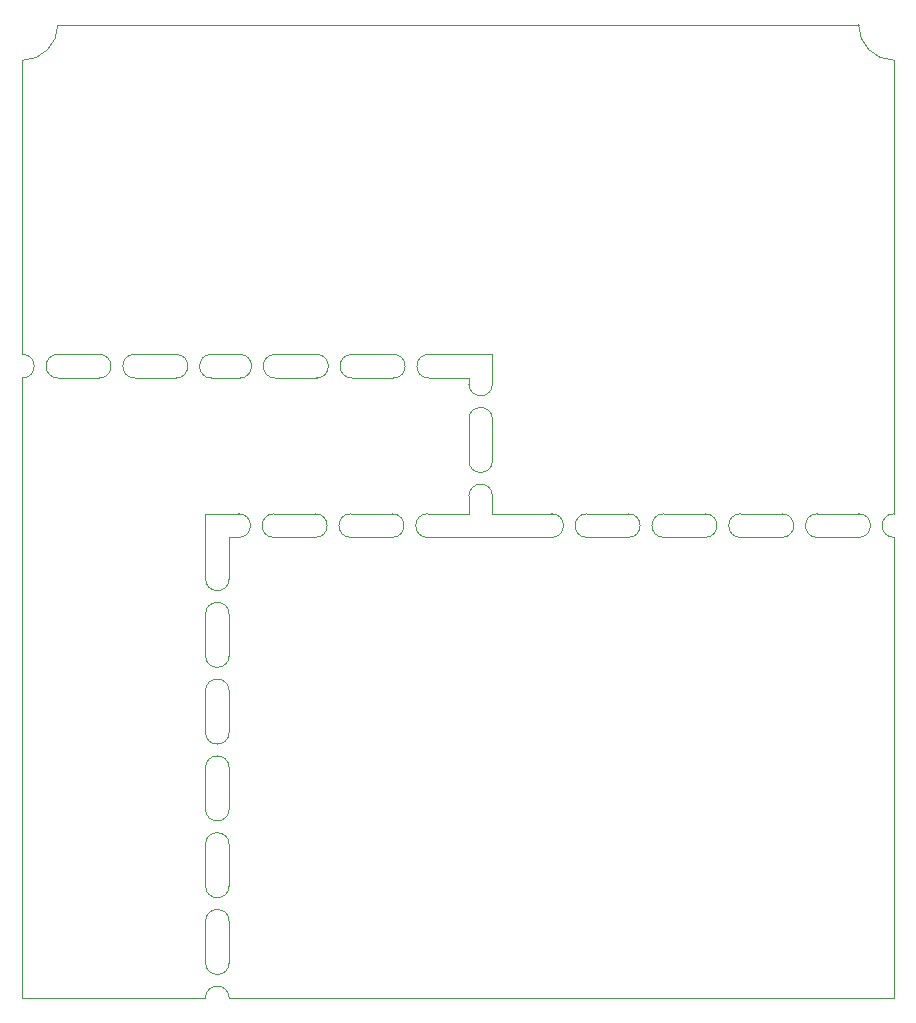
<source format=gko>
G04 Layer_Color=16711935*
%FSLAX44Y44*%
%MOMM*%
G71*
G01*
G75*
%ADD73C,0.1000*%
D73*
X378000Y520000D02*
G03*
X398000Y520000I10000J0D01*
G01*
X398000Y490000D02*
G03*
X378000Y490000I-10000J-0D01*
G01*
Y455000D02*
G03*
X398000Y455000I10000J0D01*
G01*
Y425000D02*
G03*
X378000Y425000I-10000J-0D01*
G01*
X708000Y824000D02*
G03*
X738000Y794000I30000J0D01*
G01*
X0D02*
G03*
X30000Y824000I0J30000D01*
G01*
X0Y525000D02*
G03*
X0Y545000I-0J10000D01*
G01*
X95000Y545000D02*
G03*
X95000Y525000I0J-10000D01*
G01*
X130000D02*
G03*
X130000Y545000I-0J10000D01*
G01*
X65000Y525000D02*
G03*
X65000Y545000I-0J10000D01*
G01*
X30000D02*
G03*
X30000Y525000I0J-10000D01*
G01*
X160000Y545000D02*
G03*
X160000Y525000I0J-10000D01*
G01*
X175000Y325000D02*
G03*
X155000Y325000I-10000J-0D01*
G01*
Y290000D02*
G03*
X175000Y290000I10000J0D01*
G01*
Y130000D02*
G03*
X155000Y130000I-10000J-0D01*
G01*
Y95000D02*
G03*
X175000Y95000I10000J0D01*
G01*
X155000Y160000D02*
G03*
X175000Y160000I10000J0D01*
G01*
Y195000D02*
G03*
X155000Y195000I-10000J-0D01*
G01*
X155000Y225000D02*
G03*
X175000Y225000I10000J0D01*
G01*
Y260000D02*
G03*
X155000Y260000I-10000J-0D01*
G01*
X175000Y0D02*
G03*
X155000Y-0I-10000J-0D01*
G01*
X175000Y65000D02*
G03*
X155000Y65000I-10000J-0D01*
G01*
Y30000D02*
G03*
X175000Y30000I10000J0D01*
G01*
X155000Y355000D02*
G03*
X175000Y355000I10000J0D01*
G01*
X313000Y390000D02*
G03*
X313000Y410000I-0J10000D01*
G01*
X278000D02*
G03*
X278000Y390000I0J-10000D01*
G01*
X343000Y410000D02*
G03*
X343000Y390000I0J-10000D01*
G01*
X248000Y390000D02*
G03*
X248000Y410000I-0J10000D01*
G01*
X213000D02*
G03*
X213000Y390000I0J-10000D01*
G01*
X183000D02*
G03*
X183000Y410000I-0J10000D01*
G01*
X448000Y390000D02*
G03*
X448000Y410000I-0J10000D01*
G01*
X513000Y390000D02*
G03*
X513000Y410000I-0J10000D01*
G01*
X478000D02*
G03*
X478000Y390000I0J-10000D01*
G01*
X543000Y410000D02*
G03*
X543000Y390000I0J-10000D01*
G01*
X578000D02*
G03*
X578000Y410000I-0J10000D01*
G01*
X708000Y390000D02*
G03*
X708000Y410000I-0J10000D01*
G01*
X673000D02*
G03*
X673000Y390000I0J-10000D01*
G01*
X608000Y410000D02*
G03*
X608000Y390000I0J-10000D01*
G01*
X643000D02*
G03*
X643000Y410000I-0J10000D01*
G01*
X738000D02*
G03*
X738000Y390000I0J-10000D01*
G01*
X344000Y545000D02*
G03*
X344000Y525000I0J-10000D01*
G01*
X314000D02*
G03*
X314000Y545000I-0J10000D01*
G01*
X279000D02*
G03*
X279000Y525000I0J-10000D01*
G01*
X184000Y525000D02*
G03*
X184000Y545000I-0J10000D01*
G01*
X214000Y545000D02*
G03*
X214000Y525000I0J-10000D01*
G01*
X249000D02*
G03*
X249000Y545000I-0J10000D01*
G01*
X378000Y545000D02*
X398000D01*
X378000Y520000D02*
Y525000D01*
X398000Y520000D02*
Y545000D01*
X378000Y455000D02*
Y490000D01*
X398000Y455000D02*
Y490000D01*
X0Y545000D02*
Y794000D01*
X30000Y824000D02*
X450000D01*
X738000Y410000D02*
Y794000D01*
X450000Y824000D02*
X708000D01*
X95000Y525000D02*
X130000D01*
X95000Y545000D02*
X130000D01*
X30000D02*
X65000D01*
X30000Y525000D02*
X65000D01*
X0Y0D02*
Y525000D01*
X378000Y390000D02*
X413000D01*
X175000Y390000D02*
X183000D01*
X155000Y290000D02*
Y325000D01*
X175000Y290000D02*
Y325000D01*
X155000Y95000D02*
Y130000D01*
X175000Y95000D02*
Y130000D01*
Y160000D02*
Y195000D01*
X155000Y160000D02*
Y195000D01*
X175000Y225000D02*
Y260000D01*
X155000Y225000D02*
Y260000D01*
X155000Y30000D02*
Y65000D01*
X175000Y30000D02*
Y65000D01*
X155000Y390000D02*
Y410000D01*
X175000Y355000D02*
Y390000D01*
X155000Y355000D02*
Y390000D01*
X278000Y410000D02*
X313000D01*
X278000Y390000D02*
X313000D01*
X343000D02*
X378000D01*
X343000Y410000D02*
X378000D01*
X213000Y410000D02*
X248000D01*
X213000Y390000D02*
X248000D01*
X155000Y410000D02*
X183000D01*
X398000D02*
Y425000D01*
X378000Y410000D02*
Y425000D01*
X398000Y410000D02*
X413000D01*
X398000Y410000D02*
X398000Y410000D01*
X413000D02*
X448000D01*
X478000D02*
X513000D01*
X413000Y390000D02*
X448000D01*
X478000Y390000D02*
X513000D01*
X543000D02*
X578000D01*
X543000Y410000D02*
X578000D01*
X673000Y410000D02*
X708000D01*
X673000Y390000D02*
X708000D01*
X608000D02*
X643000D01*
X608000Y410000D02*
X643000D01*
X738000Y0D02*
Y390000D01*
X175000Y0D02*
X738000D01*
X0D02*
X155000D01*
X344000Y525000D02*
X378000D01*
X344000Y545000D02*
X379000D01*
X279000D02*
X314000D01*
X279000Y525000D02*
X314000D01*
X160000Y525000D02*
X184000D01*
X160000Y545000D02*
X184000D01*
X214000Y525000D02*
X249000D01*
X214000Y545000D02*
X249000D01*
M02*

</source>
